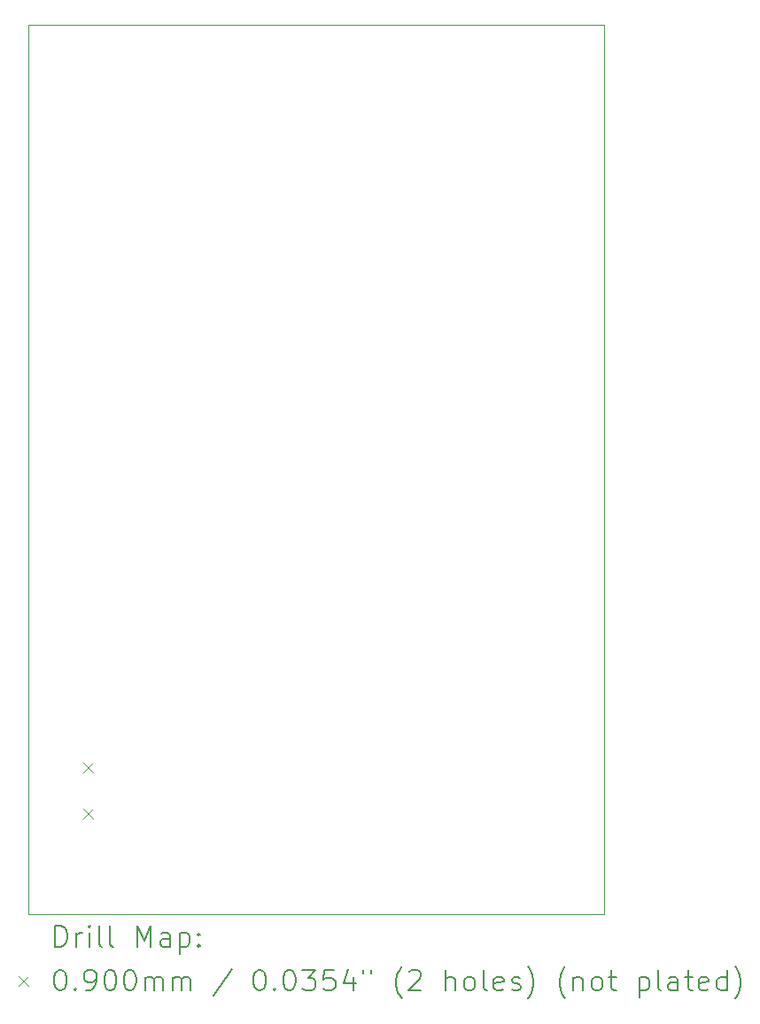
<source format=gbr>
%TF.GenerationSoftware,KiCad,Pcbnew,8.0.6*%
%TF.CreationDate,2025-03-25T19:38:53+01:00*%
%TF.ProjectId,TocBoatReceiver,546f6342-6f61-4745-9265-636569766572,rev?*%
%TF.SameCoordinates,Original*%
%TF.FileFunction,Drillmap*%
%TF.FilePolarity,Positive*%
%FSLAX45Y45*%
G04 Gerber Fmt 4.5, Leading zero omitted, Abs format (unit mm)*
G04 Created by KiCad (PCBNEW 8.0.6) date 2025-03-25 19:38:53*
%MOMM*%
%LPD*%
G01*
G04 APERTURE LIST*
%ADD10C,0.050000*%
%ADD11C,0.200000*%
%ADD12C,0.100000*%
G04 APERTURE END LIST*
D10*
X13150000Y-4900000D02*
X18650000Y-4900000D01*
X18650000Y-13400000D01*
X13150000Y-13400000D01*
X13150000Y-4900000D01*
D11*
D12*
X13675000Y-11955000D02*
X13765000Y-12045000D01*
X13765000Y-11955000D02*
X13675000Y-12045000D01*
X13675000Y-12395000D02*
X13765000Y-12485000D01*
X13765000Y-12395000D02*
X13675000Y-12485000D01*
D11*
X13408277Y-13713984D02*
X13408277Y-13513984D01*
X13408277Y-13513984D02*
X13455896Y-13513984D01*
X13455896Y-13513984D02*
X13484467Y-13523508D01*
X13484467Y-13523508D02*
X13503515Y-13542555D01*
X13503515Y-13542555D02*
X13513039Y-13561603D01*
X13513039Y-13561603D02*
X13522562Y-13599698D01*
X13522562Y-13599698D02*
X13522562Y-13628269D01*
X13522562Y-13628269D02*
X13513039Y-13666365D01*
X13513039Y-13666365D02*
X13503515Y-13685412D01*
X13503515Y-13685412D02*
X13484467Y-13704460D01*
X13484467Y-13704460D02*
X13455896Y-13713984D01*
X13455896Y-13713984D02*
X13408277Y-13713984D01*
X13608277Y-13713984D02*
X13608277Y-13580650D01*
X13608277Y-13618746D02*
X13617801Y-13599698D01*
X13617801Y-13599698D02*
X13627324Y-13590174D01*
X13627324Y-13590174D02*
X13646372Y-13580650D01*
X13646372Y-13580650D02*
X13665420Y-13580650D01*
X13732086Y-13713984D02*
X13732086Y-13580650D01*
X13732086Y-13513984D02*
X13722562Y-13523508D01*
X13722562Y-13523508D02*
X13732086Y-13533031D01*
X13732086Y-13533031D02*
X13741610Y-13523508D01*
X13741610Y-13523508D02*
X13732086Y-13513984D01*
X13732086Y-13513984D02*
X13732086Y-13533031D01*
X13855896Y-13713984D02*
X13836848Y-13704460D01*
X13836848Y-13704460D02*
X13827324Y-13685412D01*
X13827324Y-13685412D02*
X13827324Y-13513984D01*
X13960658Y-13713984D02*
X13941610Y-13704460D01*
X13941610Y-13704460D02*
X13932086Y-13685412D01*
X13932086Y-13685412D02*
X13932086Y-13513984D01*
X14189229Y-13713984D02*
X14189229Y-13513984D01*
X14189229Y-13513984D02*
X14255896Y-13656841D01*
X14255896Y-13656841D02*
X14322562Y-13513984D01*
X14322562Y-13513984D02*
X14322562Y-13713984D01*
X14503515Y-13713984D02*
X14503515Y-13609222D01*
X14503515Y-13609222D02*
X14493991Y-13590174D01*
X14493991Y-13590174D02*
X14474943Y-13580650D01*
X14474943Y-13580650D02*
X14436848Y-13580650D01*
X14436848Y-13580650D02*
X14417801Y-13590174D01*
X14503515Y-13704460D02*
X14484467Y-13713984D01*
X14484467Y-13713984D02*
X14436848Y-13713984D01*
X14436848Y-13713984D02*
X14417801Y-13704460D01*
X14417801Y-13704460D02*
X14408277Y-13685412D01*
X14408277Y-13685412D02*
X14408277Y-13666365D01*
X14408277Y-13666365D02*
X14417801Y-13647317D01*
X14417801Y-13647317D02*
X14436848Y-13637793D01*
X14436848Y-13637793D02*
X14484467Y-13637793D01*
X14484467Y-13637793D02*
X14503515Y-13628269D01*
X14598753Y-13580650D02*
X14598753Y-13780650D01*
X14598753Y-13590174D02*
X14617801Y-13580650D01*
X14617801Y-13580650D02*
X14655896Y-13580650D01*
X14655896Y-13580650D02*
X14674943Y-13590174D01*
X14674943Y-13590174D02*
X14684467Y-13599698D01*
X14684467Y-13599698D02*
X14693991Y-13618746D01*
X14693991Y-13618746D02*
X14693991Y-13675888D01*
X14693991Y-13675888D02*
X14684467Y-13694936D01*
X14684467Y-13694936D02*
X14674943Y-13704460D01*
X14674943Y-13704460D02*
X14655896Y-13713984D01*
X14655896Y-13713984D02*
X14617801Y-13713984D01*
X14617801Y-13713984D02*
X14598753Y-13704460D01*
X14779705Y-13694936D02*
X14789229Y-13704460D01*
X14789229Y-13704460D02*
X14779705Y-13713984D01*
X14779705Y-13713984D02*
X14770182Y-13704460D01*
X14770182Y-13704460D02*
X14779705Y-13694936D01*
X14779705Y-13694936D02*
X14779705Y-13713984D01*
X14779705Y-13590174D02*
X14789229Y-13599698D01*
X14789229Y-13599698D02*
X14779705Y-13609222D01*
X14779705Y-13609222D02*
X14770182Y-13599698D01*
X14770182Y-13599698D02*
X14779705Y-13590174D01*
X14779705Y-13590174D02*
X14779705Y-13609222D01*
D12*
X13057500Y-13997500D02*
X13147500Y-14087500D01*
X13147500Y-13997500D02*
X13057500Y-14087500D01*
D11*
X13446372Y-13933984D02*
X13465420Y-13933984D01*
X13465420Y-13933984D02*
X13484467Y-13943508D01*
X13484467Y-13943508D02*
X13493991Y-13953031D01*
X13493991Y-13953031D02*
X13503515Y-13972079D01*
X13503515Y-13972079D02*
X13513039Y-14010174D01*
X13513039Y-14010174D02*
X13513039Y-14057793D01*
X13513039Y-14057793D02*
X13503515Y-14095888D01*
X13503515Y-14095888D02*
X13493991Y-14114936D01*
X13493991Y-14114936D02*
X13484467Y-14124460D01*
X13484467Y-14124460D02*
X13465420Y-14133984D01*
X13465420Y-14133984D02*
X13446372Y-14133984D01*
X13446372Y-14133984D02*
X13427324Y-14124460D01*
X13427324Y-14124460D02*
X13417801Y-14114936D01*
X13417801Y-14114936D02*
X13408277Y-14095888D01*
X13408277Y-14095888D02*
X13398753Y-14057793D01*
X13398753Y-14057793D02*
X13398753Y-14010174D01*
X13398753Y-14010174D02*
X13408277Y-13972079D01*
X13408277Y-13972079D02*
X13417801Y-13953031D01*
X13417801Y-13953031D02*
X13427324Y-13943508D01*
X13427324Y-13943508D02*
X13446372Y-13933984D01*
X13598753Y-14114936D02*
X13608277Y-14124460D01*
X13608277Y-14124460D02*
X13598753Y-14133984D01*
X13598753Y-14133984D02*
X13589229Y-14124460D01*
X13589229Y-14124460D02*
X13598753Y-14114936D01*
X13598753Y-14114936D02*
X13598753Y-14133984D01*
X13703515Y-14133984D02*
X13741610Y-14133984D01*
X13741610Y-14133984D02*
X13760658Y-14124460D01*
X13760658Y-14124460D02*
X13770182Y-14114936D01*
X13770182Y-14114936D02*
X13789229Y-14086365D01*
X13789229Y-14086365D02*
X13798753Y-14048269D01*
X13798753Y-14048269D02*
X13798753Y-13972079D01*
X13798753Y-13972079D02*
X13789229Y-13953031D01*
X13789229Y-13953031D02*
X13779705Y-13943508D01*
X13779705Y-13943508D02*
X13760658Y-13933984D01*
X13760658Y-13933984D02*
X13722562Y-13933984D01*
X13722562Y-13933984D02*
X13703515Y-13943508D01*
X13703515Y-13943508D02*
X13693991Y-13953031D01*
X13693991Y-13953031D02*
X13684467Y-13972079D01*
X13684467Y-13972079D02*
X13684467Y-14019698D01*
X13684467Y-14019698D02*
X13693991Y-14038746D01*
X13693991Y-14038746D02*
X13703515Y-14048269D01*
X13703515Y-14048269D02*
X13722562Y-14057793D01*
X13722562Y-14057793D02*
X13760658Y-14057793D01*
X13760658Y-14057793D02*
X13779705Y-14048269D01*
X13779705Y-14048269D02*
X13789229Y-14038746D01*
X13789229Y-14038746D02*
X13798753Y-14019698D01*
X13922562Y-13933984D02*
X13941610Y-13933984D01*
X13941610Y-13933984D02*
X13960658Y-13943508D01*
X13960658Y-13943508D02*
X13970182Y-13953031D01*
X13970182Y-13953031D02*
X13979705Y-13972079D01*
X13979705Y-13972079D02*
X13989229Y-14010174D01*
X13989229Y-14010174D02*
X13989229Y-14057793D01*
X13989229Y-14057793D02*
X13979705Y-14095888D01*
X13979705Y-14095888D02*
X13970182Y-14114936D01*
X13970182Y-14114936D02*
X13960658Y-14124460D01*
X13960658Y-14124460D02*
X13941610Y-14133984D01*
X13941610Y-14133984D02*
X13922562Y-14133984D01*
X13922562Y-14133984D02*
X13903515Y-14124460D01*
X13903515Y-14124460D02*
X13893991Y-14114936D01*
X13893991Y-14114936D02*
X13884467Y-14095888D01*
X13884467Y-14095888D02*
X13874943Y-14057793D01*
X13874943Y-14057793D02*
X13874943Y-14010174D01*
X13874943Y-14010174D02*
X13884467Y-13972079D01*
X13884467Y-13972079D02*
X13893991Y-13953031D01*
X13893991Y-13953031D02*
X13903515Y-13943508D01*
X13903515Y-13943508D02*
X13922562Y-13933984D01*
X14113039Y-13933984D02*
X14132086Y-13933984D01*
X14132086Y-13933984D02*
X14151134Y-13943508D01*
X14151134Y-13943508D02*
X14160658Y-13953031D01*
X14160658Y-13953031D02*
X14170182Y-13972079D01*
X14170182Y-13972079D02*
X14179705Y-14010174D01*
X14179705Y-14010174D02*
X14179705Y-14057793D01*
X14179705Y-14057793D02*
X14170182Y-14095888D01*
X14170182Y-14095888D02*
X14160658Y-14114936D01*
X14160658Y-14114936D02*
X14151134Y-14124460D01*
X14151134Y-14124460D02*
X14132086Y-14133984D01*
X14132086Y-14133984D02*
X14113039Y-14133984D01*
X14113039Y-14133984D02*
X14093991Y-14124460D01*
X14093991Y-14124460D02*
X14084467Y-14114936D01*
X14084467Y-14114936D02*
X14074943Y-14095888D01*
X14074943Y-14095888D02*
X14065420Y-14057793D01*
X14065420Y-14057793D02*
X14065420Y-14010174D01*
X14065420Y-14010174D02*
X14074943Y-13972079D01*
X14074943Y-13972079D02*
X14084467Y-13953031D01*
X14084467Y-13953031D02*
X14093991Y-13943508D01*
X14093991Y-13943508D02*
X14113039Y-13933984D01*
X14265420Y-14133984D02*
X14265420Y-14000650D01*
X14265420Y-14019698D02*
X14274943Y-14010174D01*
X14274943Y-14010174D02*
X14293991Y-14000650D01*
X14293991Y-14000650D02*
X14322563Y-14000650D01*
X14322563Y-14000650D02*
X14341610Y-14010174D01*
X14341610Y-14010174D02*
X14351134Y-14029222D01*
X14351134Y-14029222D02*
X14351134Y-14133984D01*
X14351134Y-14029222D02*
X14360658Y-14010174D01*
X14360658Y-14010174D02*
X14379705Y-14000650D01*
X14379705Y-14000650D02*
X14408277Y-14000650D01*
X14408277Y-14000650D02*
X14427324Y-14010174D01*
X14427324Y-14010174D02*
X14436848Y-14029222D01*
X14436848Y-14029222D02*
X14436848Y-14133984D01*
X14532086Y-14133984D02*
X14532086Y-14000650D01*
X14532086Y-14019698D02*
X14541610Y-14010174D01*
X14541610Y-14010174D02*
X14560658Y-14000650D01*
X14560658Y-14000650D02*
X14589229Y-14000650D01*
X14589229Y-14000650D02*
X14608277Y-14010174D01*
X14608277Y-14010174D02*
X14617801Y-14029222D01*
X14617801Y-14029222D02*
X14617801Y-14133984D01*
X14617801Y-14029222D02*
X14627324Y-14010174D01*
X14627324Y-14010174D02*
X14646372Y-14000650D01*
X14646372Y-14000650D02*
X14674943Y-14000650D01*
X14674943Y-14000650D02*
X14693991Y-14010174D01*
X14693991Y-14010174D02*
X14703515Y-14029222D01*
X14703515Y-14029222D02*
X14703515Y-14133984D01*
X15093991Y-13924460D02*
X14922563Y-14181603D01*
X15351134Y-13933984D02*
X15370182Y-13933984D01*
X15370182Y-13933984D02*
X15389229Y-13943508D01*
X15389229Y-13943508D02*
X15398753Y-13953031D01*
X15398753Y-13953031D02*
X15408277Y-13972079D01*
X15408277Y-13972079D02*
X15417801Y-14010174D01*
X15417801Y-14010174D02*
X15417801Y-14057793D01*
X15417801Y-14057793D02*
X15408277Y-14095888D01*
X15408277Y-14095888D02*
X15398753Y-14114936D01*
X15398753Y-14114936D02*
X15389229Y-14124460D01*
X15389229Y-14124460D02*
X15370182Y-14133984D01*
X15370182Y-14133984D02*
X15351134Y-14133984D01*
X15351134Y-14133984D02*
X15332086Y-14124460D01*
X15332086Y-14124460D02*
X15322563Y-14114936D01*
X15322563Y-14114936D02*
X15313039Y-14095888D01*
X15313039Y-14095888D02*
X15303515Y-14057793D01*
X15303515Y-14057793D02*
X15303515Y-14010174D01*
X15303515Y-14010174D02*
X15313039Y-13972079D01*
X15313039Y-13972079D02*
X15322563Y-13953031D01*
X15322563Y-13953031D02*
X15332086Y-13943508D01*
X15332086Y-13943508D02*
X15351134Y-13933984D01*
X15503515Y-14114936D02*
X15513039Y-14124460D01*
X15513039Y-14124460D02*
X15503515Y-14133984D01*
X15503515Y-14133984D02*
X15493991Y-14124460D01*
X15493991Y-14124460D02*
X15503515Y-14114936D01*
X15503515Y-14114936D02*
X15503515Y-14133984D01*
X15636848Y-13933984D02*
X15655896Y-13933984D01*
X15655896Y-13933984D02*
X15674944Y-13943508D01*
X15674944Y-13943508D02*
X15684467Y-13953031D01*
X15684467Y-13953031D02*
X15693991Y-13972079D01*
X15693991Y-13972079D02*
X15703515Y-14010174D01*
X15703515Y-14010174D02*
X15703515Y-14057793D01*
X15703515Y-14057793D02*
X15693991Y-14095888D01*
X15693991Y-14095888D02*
X15684467Y-14114936D01*
X15684467Y-14114936D02*
X15674944Y-14124460D01*
X15674944Y-14124460D02*
X15655896Y-14133984D01*
X15655896Y-14133984D02*
X15636848Y-14133984D01*
X15636848Y-14133984D02*
X15617801Y-14124460D01*
X15617801Y-14124460D02*
X15608277Y-14114936D01*
X15608277Y-14114936D02*
X15598753Y-14095888D01*
X15598753Y-14095888D02*
X15589229Y-14057793D01*
X15589229Y-14057793D02*
X15589229Y-14010174D01*
X15589229Y-14010174D02*
X15598753Y-13972079D01*
X15598753Y-13972079D02*
X15608277Y-13953031D01*
X15608277Y-13953031D02*
X15617801Y-13943508D01*
X15617801Y-13943508D02*
X15636848Y-13933984D01*
X15770182Y-13933984D02*
X15893991Y-13933984D01*
X15893991Y-13933984D02*
X15827325Y-14010174D01*
X15827325Y-14010174D02*
X15855896Y-14010174D01*
X15855896Y-14010174D02*
X15874944Y-14019698D01*
X15874944Y-14019698D02*
X15884467Y-14029222D01*
X15884467Y-14029222D02*
X15893991Y-14048269D01*
X15893991Y-14048269D02*
X15893991Y-14095888D01*
X15893991Y-14095888D02*
X15884467Y-14114936D01*
X15884467Y-14114936D02*
X15874944Y-14124460D01*
X15874944Y-14124460D02*
X15855896Y-14133984D01*
X15855896Y-14133984D02*
X15798753Y-14133984D01*
X15798753Y-14133984D02*
X15779706Y-14124460D01*
X15779706Y-14124460D02*
X15770182Y-14114936D01*
X16074944Y-13933984D02*
X15979706Y-13933984D01*
X15979706Y-13933984D02*
X15970182Y-14029222D01*
X15970182Y-14029222D02*
X15979706Y-14019698D01*
X15979706Y-14019698D02*
X15998753Y-14010174D01*
X15998753Y-14010174D02*
X16046372Y-14010174D01*
X16046372Y-14010174D02*
X16065420Y-14019698D01*
X16065420Y-14019698D02*
X16074944Y-14029222D01*
X16074944Y-14029222D02*
X16084467Y-14048269D01*
X16084467Y-14048269D02*
X16084467Y-14095888D01*
X16084467Y-14095888D02*
X16074944Y-14114936D01*
X16074944Y-14114936D02*
X16065420Y-14124460D01*
X16065420Y-14124460D02*
X16046372Y-14133984D01*
X16046372Y-14133984D02*
X15998753Y-14133984D01*
X15998753Y-14133984D02*
X15979706Y-14124460D01*
X15979706Y-14124460D02*
X15970182Y-14114936D01*
X16255896Y-14000650D02*
X16255896Y-14133984D01*
X16208277Y-13924460D02*
X16160658Y-14067317D01*
X16160658Y-14067317D02*
X16284467Y-14067317D01*
X16351134Y-13933984D02*
X16351134Y-13972079D01*
X16427325Y-13933984D02*
X16427325Y-13972079D01*
X16722563Y-14210174D02*
X16713039Y-14200650D01*
X16713039Y-14200650D02*
X16693991Y-14172079D01*
X16693991Y-14172079D02*
X16684468Y-14153031D01*
X16684468Y-14153031D02*
X16674944Y-14124460D01*
X16674944Y-14124460D02*
X16665420Y-14076841D01*
X16665420Y-14076841D02*
X16665420Y-14038746D01*
X16665420Y-14038746D02*
X16674944Y-13991127D01*
X16674944Y-13991127D02*
X16684468Y-13962555D01*
X16684468Y-13962555D02*
X16693991Y-13943508D01*
X16693991Y-13943508D02*
X16713039Y-13914936D01*
X16713039Y-13914936D02*
X16722563Y-13905412D01*
X16789230Y-13953031D02*
X16798753Y-13943508D01*
X16798753Y-13943508D02*
X16817801Y-13933984D01*
X16817801Y-13933984D02*
X16865420Y-13933984D01*
X16865420Y-13933984D02*
X16884468Y-13943508D01*
X16884468Y-13943508D02*
X16893991Y-13953031D01*
X16893991Y-13953031D02*
X16903515Y-13972079D01*
X16903515Y-13972079D02*
X16903515Y-13991127D01*
X16903515Y-13991127D02*
X16893991Y-14019698D01*
X16893991Y-14019698D02*
X16779706Y-14133984D01*
X16779706Y-14133984D02*
X16903515Y-14133984D01*
X17141611Y-14133984D02*
X17141611Y-13933984D01*
X17227325Y-14133984D02*
X17227325Y-14029222D01*
X17227325Y-14029222D02*
X17217801Y-14010174D01*
X17217801Y-14010174D02*
X17198753Y-14000650D01*
X17198753Y-14000650D02*
X17170182Y-14000650D01*
X17170182Y-14000650D02*
X17151134Y-14010174D01*
X17151134Y-14010174D02*
X17141611Y-14019698D01*
X17351134Y-14133984D02*
X17332087Y-14124460D01*
X17332087Y-14124460D02*
X17322563Y-14114936D01*
X17322563Y-14114936D02*
X17313039Y-14095888D01*
X17313039Y-14095888D02*
X17313039Y-14038746D01*
X17313039Y-14038746D02*
X17322563Y-14019698D01*
X17322563Y-14019698D02*
X17332087Y-14010174D01*
X17332087Y-14010174D02*
X17351134Y-14000650D01*
X17351134Y-14000650D02*
X17379706Y-14000650D01*
X17379706Y-14000650D02*
X17398753Y-14010174D01*
X17398753Y-14010174D02*
X17408277Y-14019698D01*
X17408277Y-14019698D02*
X17417801Y-14038746D01*
X17417801Y-14038746D02*
X17417801Y-14095888D01*
X17417801Y-14095888D02*
X17408277Y-14114936D01*
X17408277Y-14114936D02*
X17398753Y-14124460D01*
X17398753Y-14124460D02*
X17379706Y-14133984D01*
X17379706Y-14133984D02*
X17351134Y-14133984D01*
X17532087Y-14133984D02*
X17513039Y-14124460D01*
X17513039Y-14124460D02*
X17503515Y-14105412D01*
X17503515Y-14105412D02*
X17503515Y-13933984D01*
X17684468Y-14124460D02*
X17665420Y-14133984D01*
X17665420Y-14133984D02*
X17627325Y-14133984D01*
X17627325Y-14133984D02*
X17608277Y-14124460D01*
X17608277Y-14124460D02*
X17598753Y-14105412D01*
X17598753Y-14105412D02*
X17598753Y-14029222D01*
X17598753Y-14029222D02*
X17608277Y-14010174D01*
X17608277Y-14010174D02*
X17627325Y-14000650D01*
X17627325Y-14000650D02*
X17665420Y-14000650D01*
X17665420Y-14000650D02*
X17684468Y-14010174D01*
X17684468Y-14010174D02*
X17693992Y-14029222D01*
X17693992Y-14029222D02*
X17693992Y-14048269D01*
X17693992Y-14048269D02*
X17598753Y-14067317D01*
X17770182Y-14124460D02*
X17789230Y-14133984D01*
X17789230Y-14133984D02*
X17827325Y-14133984D01*
X17827325Y-14133984D02*
X17846373Y-14124460D01*
X17846373Y-14124460D02*
X17855896Y-14105412D01*
X17855896Y-14105412D02*
X17855896Y-14095888D01*
X17855896Y-14095888D02*
X17846373Y-14076841D01*
X17846373Y-14076841D02*
X17827325Y-14067317D01*
X17827325Y-14067317D02*
X17798753Y-14067317D01*
X17798753Y-14067317D02*
X17779706Y-14057793D01*
X17779706Y-14057793D02*
X17770182Y-14038746D01*
X17770182Y-14038746D02*
X17770182Y-14029222D01*
X17770182Y-14029222D02*
X17779706Y-14010174D01*
X17779706Y-14010174D02*
X17798753Y-14000650D01*
X17798753Y-14000650D02*
X17827325Y-14000650D01*
X17827325Y-14000650D02*
X17846373Y-14010174D01*
X17922563Y-14210174D02*
X17932087Y-14200650D01*
X17932087Y-14200650D02*
X17951134Y-14172079D01*
X17951134Y-14172079D02*
X17960658Y-14153031D01*
X17960658Y-14153031D02*
X17970182Y-14124460D01*
X17970182Y-14124460D02*
X17979706Y-14076841D01*
X17979706Y-14076841D02*
X17979706Y-14038746D01*
X17979706Y-14038746D02*
X17970182Y-13991127D01*
X17970182Y-13991127D02*
X17960658Y-13962555D01*
X17960658Y-13962555D02*
X17951134Y-13943508D01*
X17951134Y-13943508D02*
X17932087Y-13914936D01*
X17932087Y-13914936D02*
X17922563Y-13905412D01*
X18284468Y-14210174D02*
X18274944Y-14200650D01*
X18274944Y-14200650D02*
X18255896Y-14172079D01*
X18255896Y-14172079D02*
X18246373Y-14153031D01*
X18246373Y-14153031D02*
X18236849Y-14124460D01*
X18236849Y-14124460D02*
X18227325Y-14076841D01*
X18227325Y-14076841D02*
X18227325Y-14038746D01*
X18227325Y-14038746D02*
X18236849Y-13991127D01*
X18236849Y-13991127D02*
X18246373Y-13962555D01*
X18246373Y-13962555D02*
X18255896Y-13943508D01*
X18255896Y-13943508D02*
X18274944Y-13914936D01*
X18274944Y-13914936D02*
X18284468Y-13905412D01*
X18360658Y-14000650D02*
X18360658Y-14133984D01*
X18360658Y-14019698D02*
X18370182Y-14010174D01*
X18370182Y-14010174D02*
X18389230Y-14000650D01*
X18389230Y-14000650D02*
X18417801Y-14000650D01*
X18417801Y-14000650D02*
X18436849Y-14010174D01*
X18436849Y-14010174D02*
X18446373Y-14029222D01*
X18446373Y-14029222D02*
X18446373Y-14133984D01*
X18570182Y-14133984D02*
X18551134Y-14124460D01*
X18551134Y-14124460D02*
X18541611Y-14114936D01*
X18541611Y-14114936D02*
X18532087Y-14095888D01*
X18532087Y-14095888D02*
X18532087Y-14038746D01*
X18532087Y-14038746D02*
X18541611Y-14019698D01*
X18541611Y-14019698D02*
X18551134Y-14010174D01*
X18551134Y-14010174D02*
X18570182Y-14000650D01*
X18570182Y-14000650D02*
X18598754Y-14000650D01*
X18598754Y-14000650D02*
X18617801Y-14010174D01*
X18617801Y-14010174D02*
X18627325Y-14019698D01*
X18627325Y-14019698D02*
X18636849Y-14038746D01*
X18636849Y-14038746D02*
X18636849Y-14095888D01*
X18636849Y-14095888D02*
X18627325Y-14114936D01*
X18627325Y-14114936D02*
X18617801Y-14124460D01*
X18617801Y-14124460D02*
X18598754Y-14133984D01*
X18598754Y-14133984D02*
X18570182Y-14133984D01*
X18693992Y-14000650D02*
X18770182Y-14000650D01*
X18722563Y-13933984D02*
X18722563Y-14105412D01*
X18722563Y-14105412D02*
X18732087Y-14124460D01*
X18732087Y-14124460D02*
X18751134Y-14133984D01*
X18751134Y-14133984D02*
X18770182Y-14133984D01*
X18989230Y-14000650D02*
X18989230Y-14200650D01*
X18989230Y-14010174D02*
X19008277Y-14000650D01*
X19008277Y-14000650D02*
X19046373Y-14000650D01*
X19046373Y-14000650D02*
X19065420Y-14010174D01*
X19065420Y-14010174D02*
X19074944Y-14019698D01*
X19074944Y-14019698D02*
X19084468Y-14038746D01*
X19084468Y-14038746D02*
X19084468Y-14095888D01*
X19084468Y-14095888D02*
X19074944Y-14114936D01*
X19074944Y-14114936D02*
X19065420Y-14124460D01*
X19065420Y-14124460D02*
X19046373Y-14133984D01*
X19046373Y-14133984D02*
X19008277Y-14133984D01*
X19008277Y-14133984D02*
X18989230Y-14124460D01*
X19198754Y-14133984D02*
X19179706Y-14124460D01*
X19179706Y-14124460D02*
X19170182Y-14105412D01*
X19170182Y-14105412D02*
X19170182Y-13933984D01*
X19360658Y-14133984D02*
X19360658Y-14029222D01*
X19360658Y-14029222D02*
X19351135Y-14010174D01*
X19351135Y-14010174D02*
X19332087Y-14000650D01*
X19332087Y-14000650D02*
X19293992Y-14000650D01*
X19293992Y-14000650D02*
X19274944Y-14010174D01*
X19360658Y-14124460D02*
X19341611Y-14133984D01*
X19341611Y-14133984D02*
X19293992Y-14133984D01*
X19293992Y-14133984D02*
X19274944Y-14124460D01*
X19274944Y-14124460D02*
X19265420Y-14105412D01*
X19265420Y-14105412D02*
X19265420Y-14086365D01*
X19265420Y-14086365D02*
X19274944Y-14067317D01*
X19274944Y-14067317D02*
X19293992Y-14057793D01*
X19293992Y-14057793D02*
X19341611Y-14057793D01*
X19341611Y-14057793D02*
X19360658Y-14048269D01*
X19427325Y-14000650D02*
X19503515Y-14000650D01*
X19455896Y-13933984D02*
X19455896Y-14105412D01*
X19455896Y-14105412D02*
X19465420Y-14124460D01*
X19465420Y-14124460D02*
X19484468Y-14133984D01*
X19484468Y-14133984D02*
X19503515Y-14133984D01*
X19646373Y-14124460D02*
X19627325Y-14133984D01*
X19627325Y-14133984D02*
X19589230Y-14133984D01*
X19589230Y-14133984D02*
X19570182Y-14124460D01*
X19570182Y-14124460D02*
X19560658Y-14105412D01*
X19560658Y-14105412D02*
X19560658Y-14029222D01*
X19560658Y-14029222D02*
X19570182Y-14010174D01*
X19570182Y-14010174D02*
X19589230Y-14000650D01*
X19589230Y-14000650D02*
X19627325Y-14000650D01*
X19627325Y-14000650D02*
X19646373Y-14010174D01*
X19646373Y-14010174D02*
X19655896Y-14029222D01*
X19655896Y-14029222D02*
X19655896Y-14048269D01*
X19655896Y-14048269D02*
X19560658Y-14067317D01*
X19827325Y-14133984D02*
X19827325Y-13933984D01*
X19827325Y-14124460D02*
X19808277Y-14133984D01*
X19808277Y-14133984D02*
X19770182Y-14133984D01*
X19770182Y-14133984D02*
X19751135Y-14124460D01*
X19751135Y-14124460D02*
X19741611Y-14114936D01*
X19741611Y-14114936D02*
X19732087Y-14095888D01*
X19732087Y-14095888D02*
X19732087Y-14038746D01*
X19732087Y-14038746D02*
X19741611Y-14019698D01*
X19741611Y-14019698D02*
X19751135Y-14010174D01*
X19751135Y-14010174D02*
X19770182Y-14000650D01*
X19770182Y-14000650D02*
X19808277Y-14000650D01*
X19808277Y-14000650D02*
X19827325Y-14010174D01*
X19903516Y-14210174D02*
X19913039Y-14200650D01*
X19913039Y-14200650D02*
X19932087Y-14172079D01*
X19932087Y-14172079D02*
X19941611Y-14153031D01*
X19941611Y-14153031D02*
X19951135Y-14124460D01*
X19951135Y-14124460D02*
X19960658Y-14076841D01*
X19960658Y-14076841D02*
X19960658Y-14038746D01*
X19960658Y-14038746D02*
X19951135Y-13991127D01*
X19951135Y-13991127D02*
X19941611Y-13962555D01*
X19941611Y-13962555D02*
X19932087Y-13943508D01*
X19932087Y-13943508D02*
X19913039Y-13914936D01*
X19913039Y-13914936D02*
X19903516Y-13905412D01*
M02*

</source>
